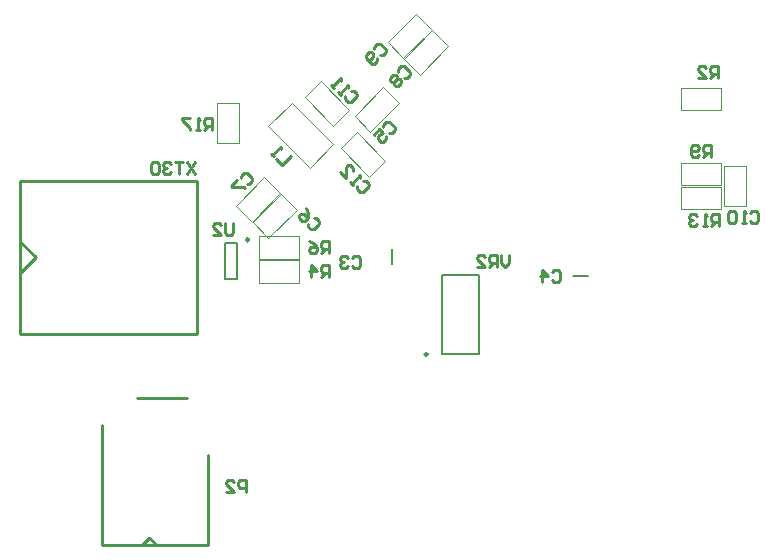
<source format=gbo>
G04 Layer_Color=32896*
%FSLAX25Y25*%
%MOIN*%
G70*
G01*
G75*
%ADD28C,0.01000*%
%ADD51C,0.00787*%
%ADD52C,0.00984*%
%ADD54C,0.00394*%
D28*
X126Y121744D02*
X59181D01*
X126Y70563D02*
Y121744D01*
Y70563D02*
X59181D01*
Y121744D01*
X126Y101398D02*
X5370Y96153D01*
X126Y90909D02*
X5370Y96153D01*
X40657Y252D02*
X43158Y2752D01*
X45658Y252D01*
X39220Y49465D02*
X55658D01*
X27409Y252D02*
Y40252D01*
X62843Y252D02*
Y30252D01*
X27409Y252D02*
X62843D01*
X58500Y127999D02*
X55834Y124000D01*
Y127999D02*
X58500Y124000D01*
X54501Y127999D02*
X51836D01*
X53168D01*
Y124000D01*
X50503Y127332D02*
X49836Y127999D01*
X48503D01*
X47837Y127332D01*
Y126666D01*
X48503Y125999D01*
X49170D01*
X48503D01*
X47837Y125333D01*
Y124667D01*
X48503Y124000D01*
X49836D01*
X50503Y124667D01*
X46504Y127332D02*
X45837Y127999D01*
X44504D01*
X43838Y127332D01*
Y124667D01*
X44504Y124000D01*
X45837D01*
X46504Y124667D01*
Y127332D01*
X163000Y96999D02*
Y94333D01*
X161667Y93000D01*
X160334Y94333D01*
Y96999D01*
X159001Y93000D02*
Y96999D01*
X157002D01*
X156335Y96332D01*
Y94999D01*
X157002Y94333D01*
X159001D01*
X157668D02*
X156335Y93000D01*
X152337D02*
X155003D01*
X152337Y95666D01*
Y96332D01*
X153003Y96999D01*
X154336D01*
X155003Y96332D01*
X177334Y91332D02*
X178001Y91999D01*
X179333D01*
X180000Y91332D01*
Y88666D01*
X179333Y88000D01*
X178001D01*
X177334Y88666D01*
X174002Y88000D02*
Y91999D01*
X176001Y89999D01*
X173336D01*
X110834Y95832D02*
X111501Y96499D01*
X112833D01*
X113500Y95832D01*
Y93166D01*
X112833Y92500D01*
X111501D01*
X110834Y93166D01*
X109501Y95832D02*
X108835Y96499D01*
X107502D01*
X106835Y95832D01*
Y95166D01*
X107502Y94499D01*
X108168D01*
X107502D01*
X106835Y93833D01*
Y93166D01*
X107502Y92500D01*
X108835D01*
X109501Y93166D01*
X230500Y129500D02*
Y133499D01*
X228501D01*
X227834Y132832D01*
Y131499D01*
X228501Y130833D01*
X230500D01*
X229167D02*
X227834Y129500D01*
X226501Y130166D02*
X225835Y129500D01*
X224502D01*
X223835Y130166D01*
Y132832D01*
X224502Y133499D01*
X225835D01*
X226501Y132832D01*
Y132166D01*
X225835Y131499D01*
X223835D01*
X232900Y155894D02*
Y159892D01*
X230901D01*
X230234Y159226D01*
Y157893D01*
X230901Y157227D01*
X232900D01*
X231567D02*
X230234Y155894D01*
X226236D02*
X228901D01*
X226236Y158560D01*
Y159226D01*
X226902Y159892D01*
X228235D01*
X228901Y159226D01*
X121259Y139471D02*
Y140414D01*
X122201Y141356D01*
X123144D01*
X125029Y139471D01*
Y138529D01*
X124086Y137586D01*
X123144D01*
X117960Y137115D02*
X119845Y139000D01*
X121259Y137586D01*
X119845Y137115D01*
X119374Y136644D01*
Y135701D01*
X120316Y134759D01*
X121259D01*
X122201Y135701D01*
Y136644D01*
X97971Y109241D02*
X98914D01*
X99856Y108299D01*
Y107356D01*
X97971Y105471D01*
X97029D01*
X96086Y106414D01*
Y107356D01*
X95615Y112540D02*
X96086Y111126D01*
X96086Y109241D01*
X95144Y108299D01*
X94201D01*
X93259Y109241D01*
Y110184D01*
X93730Y110655D01*
X94673D01*
X96086Y109241D01*
X73759Y122471D02*
Y123414D01*
X74701Y124356D01*
X75644D01*
X77529Y122471D01*
Y121529D01*
X76586Y120586D01*
X75644D01*
X72345Y122000D02*
X70460Y120115D01*
X70931Y119644D01*
X74701D01*
X75173Y119173D01*
X126259Y157971D02*
Y158914D01*
X127201Y159856D01*
X128144D01*
X130029Y157971D01*
Y157029D01*
X129086Y156086D01*
X128144D01*
X125316Y157029D02*
X124374D01*
X123431Y156086D01*
Y155144D01*
X123902Y154673D01*
X124845D01*
Y153730D01*
X125316Y153259D01*
X126259D01*
X127201Y154201D01*
Y155144D01*
X126730Y155615D01*
X125787D01*
Y156558D01*
X125316Y157029D01*
X125787Y155615D02*
X124845Y154673D01*
X118259Y165471D02*
Y166414D01*
X119201Y167356D01*
X120144D01*
X122029Y165471D01*
Y164529D01*
X121086Y163586D01*
X120144D01*
X119201Y162644D02*
Y161701D01*
X118259Y160759D01*
X117316D01*
X115431Y162644D01*
Y163586D01*
X116374Y164529D01*
X117316D01*
X117788Y164058D01*
Y163115D01*
X116374Y161701D01*
X243334Y110832D02*
X244001Y111499D01*
X245334D01*
X246000Y110832D01*
Y108167D01*
X245334Y107500D01*
X244001D01*
X243334Y108167D01*
X242001Y107500D02*
X240668D01*
X241335D01*
Y111499D01*
X242001Y110832D01*
X238669D02*
X238003Y111499D01*
X236670D01*
X236003Y110832D01*
Y108167D01*
X236670Y107500D01*
X238003D01*
X238669Y108167D01*
Y110832D01*
X90328Y129827D02*
X87500Y127000D01*
X85615Y128885D01*
X84672Y129827D02*
X83730Y130770D01*
X84201Y130299D01*
X87029Y133126D01*
Y132184D01*
X103100Y89494D02*
Y93492D01*
X101101D01*
X100434Y92826D01*
Y91493D01*
X101101Y90827D01*
X103100D01*
X101767D02*
X100434Y89494D01*
X97102D02*
Y93492D01*
X99101Y91493D01*
X96435D01*
X103000Y97494D02*
Y101492D01*
X101001D01*
X100334Y100826D01*
Y99493D01*
X101001Y98827D01*
X103000D01*
X101667D02*
X100334Y97494D01*
X96336Y101492D02*
X97668Y100826D01*
X99001Y99493D01*
Y98160D01*
X98335Y97494D01*
X97002D01*
X96336Y98160D01*
Y98827D01*
X97002Y99493D01*
X99001D01*
X233000Y106500D02*
Y110499D01*
X231001D01*
X230334Y109832D01*
Y108499D01*
X231001Y107833D01*
X233000D01*
X231667D02*
X230334Y106500D01*
X229001D02*
X227668D01*
X228335D01*
Y110499D01*
X229001Y109832D01*
X225669D02*
X225003Y110499D01*
X223670D01*
X223003Y109832D01*
Y109166D01*
X223670Y108499D01*
X224336D01*
X223670D01*
X223003Y107833D01*
Y107167D01*
X223670Y106500D01*
X225003D01*
X225669Y107167D01*
X71000Y107499D02*
Y104166D01*
X70334Y103500D01*
X69001D01*
X68334Y104166D01*
Y107499D01*
X64336Y103500D02*
X67001D01*
X64336Y106166D01*
Y106832D01*
X65002Y107499D01*
X66335D01*
X67001Y106832D01*
X110471Y151741D02*
X111414D01*
X112356Y150799D01*
Y149856D01*
X110471Y147971D01*
X109529D01*
X108586Y148914D01*
Y149856D01*
X107173Y150328D02*
X106230Y151270D01*
X106701Y150799D01*
X109529Y153626D01*
Y152684D01*
X104816D02*
X103874Y153626D01*
X104345Y153155D01*
X107173Y155982D01*
Y155040D01*
X114471Y121741D02*
X115414D01*
X116356Y120799D01*
Y119856D01*
X114471Y117971D01*
X113529D01*
X112586Y118914D01*
Y119856D01*
X111172Y120327D02*
X110230Y121270D01*
X110701Y120799D01*
X113529Y123626D01*
Y122684D01*
X106931Y124569D02*
X108816Y122684D01*
Y126454D01*
X109288Y126925D01*
X110230D01*
X111172Y125982D01*
Y125040D01*
X64000Y138500D02*
Y142499D01*
X62001D01*
X61334Y141832D01*
Y140499D01*
X62001Y139833D01*
X64000D01*
X62667D02*
X61334Y138500D01*
X60001D02*
X58668D01*
X59335D01*
Y142499D01*
X60001Y141832D01*
X56669Y142499D02*
X54003D01*
Y141832D01*
X56669Y139166D01*
Y138500D01*
X75500Y18000D02*
Y21999D01*
X73501D01*
X72834Y21332D01*
Y19999D01*
X73501Y19333D01*
X75500D01*
X68836Y18000D02*
X71501D01*
X68836Y20666D01*
Y21332D01*
X69502Y21999D01*
X70835D01*
X71501Y21332D01*
D51*
X68532Y100906D02*
X72469D01*
X68532Y89095D02*
X72469D01*
Y100906D01*
X68532Y89095D02*
Y100906D01*
X140898Y63811D02*
Y90189D01*
X153102Y63811D02*
Y90189D01*
X140898Y63811D02*
X153102D01*
X140898Y90189D02*
X153102D01*
X124000Y93941D02*
Y99059D01*
X184441Y90000D02*
X189559D01*
D52*
X76406Y102087D02*
G03*
X76406Y102087I-492J0D01*
G01*
X135976Y63811D02*
G03*
X135976Y63811I-492J0D01*
G01*
D54*
X220307Y145260D02*
Y152740D01*
X233693D01*
Y145260D02*
Y152740D01*
X220307Y145260D02*
X233693D01*
X79807Y95240D02*
X93193D01*
X79807Y87760D02*
Y95240D01*
Y87760D02*
X93193D01*
Y95240D01*
X79752Y95760D02*
X93138D01*
Y103240D01*
X79752D02*
X93138D01*
X79752Y95760D02*
Y103240D01*
X82912Y102623D02*
X92377Y112088D01*
X87088Y117377D02*
X92377Y112088D01*
X77623Y107912D02*
X87088Y117377D01*
X77623Y107912D02*
X82912Y102623D01*
X77412Y108123D02*
X86877Y117588D01*
X81588Y122877D02*
X86877Y117588D01*
X72123Y113412D02*
X81588Y122877D01*
X72123Y113412D02*
X77412Y108123D01*
X82907Y139817D02*
X96687Y126037D01*
X104482Y133832D01*
X90701Y147612D02*
X104482Y133832D01*
X82907Y139817D02*
X90701Y147612D01*
X116912Y138123D02*
X126377Y147588D01*
X121088Y152877D02*
X126377Y147588D01*
X111623Y143412D02*
X121088Y152877D01*
X111623Y143412D02*
X116912Y138123D01*
X107123Y132588D02*
X116588Y123123D01*
X121877Y128412D01*
X112412Y137877D02*
X121877Y128412D01*
X107123Y132588D02*
X112412Y137877D01*
X100412Y154877D02*
X109877Y145412D01*
X95123Y149588D02*
X100412Y154877D01*
X95123Y149588D02*
X104588Y140123D01*
X109877Y145412D01*
X242240Y113307D02*
Y126693D01*
X234760D02*
X242240D01*
X234760Y113307D02*
Y126693D01*
Y113307D02*
X242240D01*
X220307Y120260D02*
Y127740D01*
X233693D01*
Y120260D02*
Y127740D01*
X220307Y120260D02*
X233693D01*
X220307Y119740D02*
X233693D01*
X220307Y112260D02*
Y119740D01*
Y112260D02*
X233693D01*
Y119740D01*
X73240Y134307D02*
Y147693D01*
X65760D02*
X73240D01*
X65760Y134307D02*
Y147693D01*
Y134307D02*
X73240D01*
X133412Y157123D02*
X142877Y166588D01*
X137588Y171877D02*
X142877Y166588D01*
X128123Y162412D02*
X137588Y171877D01*
X128123Y162412D02*
X133412Y157123D01*
X127912Y162623D02*
X137377Y172088D01*
X132088Y177377D02*
X137377Y172088D01*
X122623Y167912D02*
X132088Y177377D01*
X122623Y167912D02*
X127912Y162623D01*
M02*

</source>
